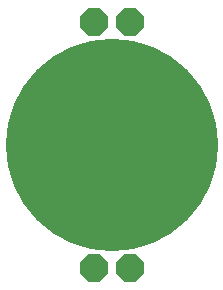
<source format=gbs>
G75*
%MOIN*%
%OFA0B0*%
%FSLAX25Y25*%
%IPPOS*%
%LPD*%
%AMOC8*
5,1,8,0,0,1.08239X$1,22.5*
%
%ADD10C,0.70800*%
%ADD11OC8,0.09400*%
D10*
X0046600Y0047850D03*
D11*
X0040600Y0006850D03*
X0052600Y0006850D03*
X0052600Y0088850D03*
X0040600Y0088850D03*
M02*

</source>
